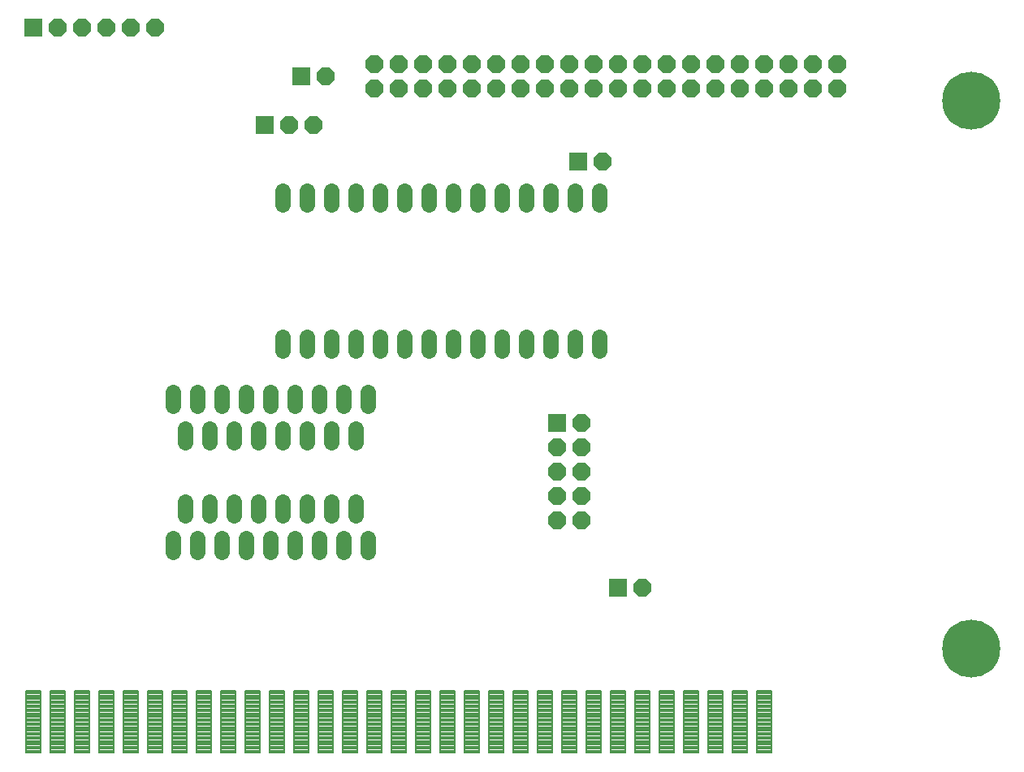
<source format=gbs>
G75*
G70*
%OFA0B0*%
%FSLAX24Y24*%
%IPPOS*%
%LPD*%
%AMOC8*
5,1,8,0,0,1.08239X$1,22.5*
%
%ADD10C,0.0082*%
%ADD11C,0.0640*%
%ADD12OC8,0.0720*%
%ADD13R,0.0720X0.0720*%
%ADD14C,0.2380*%
D10*
X008512Y008497D02*
X009110Y008497D01*
X008512Y008497D02*
X008512Y011045D01*
X009110Y011045D01*
X009110Y008497D01*
X009110Y008578D02*
X008512Y008578D01*
X008512Y008659D02*
X009110Y008659D01*
X009110Y008740D02*
X008512Y008740D01*
X008512Y008821D02*
X009110Y008821D01*
X009110Y008902D02*
X008512Y008902D01*
X008512Y008983D02*
X009110Y008983D01*
X009110Y009064D02*
X008512Y009064D01*
X008512Y009145D02*
X009110Y009145D01*
X009110Y009226D02*
X008512Y009226D01*
X008512Y009307D02*
X009110Y009307D01*
X009110Y009388D02*
X008512Y009388D01*
X008512Y009469D02*
X009110Y009469D01*
X009110Y009550D02*
X008512Y009550D01*
X008512Y009631D02*
X009110Y009631D01*
X009110Y009712D02*
X008512Y009712D01*
X008512Y009793D02*
X009110Y009793D01*
X009110Y009874D02*
X008512Y009874D01*
X008512Y009955D02*
X009110Y009955D01*
X009110Y010036D02*
X008512Y010036D01*
X008512Y010117D02*
X009110Y010117D01*
X009110Y010198D02*
X008512Y010198D01*
X008512Y010279D02*
X009110Y010279D01*
X009110Y010360D02*
X008512Y010360D01*
X008512Y010441D02*
X009110Y010441D01*
X009110Y010522D02*
X008512Y010522D01*
X008512Y010603D02*
X009110Y010603D01*
X009110Y010684D02*
X008512Y010684D01*
X008512Y010765D02*
X009110Y010765D01*
X009110Y010846D02*
X008512Y010846D01*
X008512Y010927D02*
X009110Y010927D01*
X009110Y011008D02*
X008512Y011008D01*
X009512Y008497D02*
X010110Y008497D01*
X009512Y008497D02*
X009512Y011045D01*
X010110Y011045D01*
X010110Y008497D01*
X010110Y008578D02*
X009512Y008578D01*
X009512Y008659D02*
X010110Y008659D01*
X010110Y008740D02*
X009512Y008740D01*
X009512Y008821D02*
X010110Y008821D01*
X010110Y008902D02*
X009512Y008902D01*
X009512Y008983D02*
X010110Y008983D01*
X010110Y009064D02*
X009512Y009064D01*
X009512Y009145D02*
X010110Y009145D01*
X010110Y009226D02*
X009512Y009226D01*
X009512Y009307D02*
X010110Y009307D01*
X010110Y009388D02*
X009512Y009388D01*
X009512Y009469D02*
X010110Y009469D01*
X010110Y009550D02*
X009512Y009550D01*
X009512Y009631D02*
X010110Y009631D01*
X010110Y009712D02*
X009512Y009712D01*
X009512Y009793D02*
X010110Y009793D01*
X010110Y009874D02*
X009512Y009874D01*
X009512Y009955D02*
X010110Y009955D01*
X010110Y010036D02*
X009512Y010036D01*
X009512Y010117D02*
X010110Y010117D01*
X010110Y010198D02*
X009512Y010198D01*
X009512Y010279D02*
X010110Y010279D01*
X010110Y010360D02*
X009512Y010360D01*
X009512Y010441D02*
X010110Y010441D01*
X010110Y010522D02*
X009512Y010522D01*
X009512Y010603D02*
X010110Y010603D01*
X010110Y010684D02*
X009512Y010684D01*
X009512Y010765D02*
X010110Y010765D01*
X010110Y010846D02*
X009512Y010846D01*
X009512Y010927D02*
X010110Y010927D01*
X010110Y011008D02*
X009512Y011008D01*
X010512Y008497D02*
X011110Y008497D01*
X010512Y008497D02*
X010512Y011045D01*
X011110Y011045D01*
X011110Y008497D01*
X011110Y008578D02*
X010512Y008578D01*
X010512Y008659D02*
X011110Y008659D01*
X011110Y008740D02*
X010512Y008740D01*
X010512Y008821D02*
X011110Y008821D01*
X011110Y008902D02*
X010512Y008902D01*
X010512Y008983D02*
X011110Y008983D01*
X011110Y009064D02*
X010512Y009064D01*
X010512Y009145D02*
X011110Y009145D01*
X011110Y009226D02*
X010512Y009226D01*
X010512Y009307D02*
X011110Y009307D01*
X011110Y009388D02*
X010512Y009388D01*
X010512Y009469D02*
X011110Y009469D01*
X011110Y009550D02*
X010512Y009550D01*
X010512Y009631D02*
X011110Y009631D01*
X011110Y009712D02*
X010512Y009712D01*
X010512Y009793D02*
X011110Y009793D01*
X011110Y009874D02*
X010512Y009874D01*
X010512Y009955D02*
X011110Y009955D01*
X011110Y010036D02*
X010512Y010036D01*
X010512Y010117D02*
X011110Y010117D01*
X011110Y010198D02*
X010512Y010198D01*
X010512Y010279D02*
X011110Y010279D01*
X011110Y010360D02*
X010512Y010360D01*
X010512Y010441D02*
X011110Y010441D01*
X011110Y010522D02*
X010512Y010522D01*
X010512Y010603D02*
X011110Y010603D01*
X011110Y010684D02*
X010512Y010684D01*
X010512Y010765D02*
X011110Y010765D01*
X011110Y010846D02*
X010512Y010846D01*
X010512Y010927D02*
X011110Y010927D01*
X011110Y011008D02*
X010512Y011008D01*
X011512Y008497D02*
X012110Y008497D01*
X011512Y008497D02*
X011512Y011045D01*
X012110Y011045D01*
X012110Y008497D01*
X012110Y008578D02*
X011512Y008578D01*
X011512Y008659D02*
X012110Y008659D01*
X012110Y008740D02*
X011512Y008740D01*
X011512Y008821D02*
X012110Y008821D01*
X012110Y008902D02*
X011512Y008902D01*
X011512Y008983D02*
X012110Y008983D01*
X012110Y009064D02*
X011512Y009064D01*
X011512Y009145D02*
X012110Y009145D01*
X012110Y009226D02*
X011512Y009226D01*
X011512Y009307D02*
X012110Y009307D01*
X012110Y009388D02*
X011512Y009388D01*
X011512Y009469D02*
X012110Y009469D01*
X012110Y009550D02*
X011512Y009550D01*
X011512Y009631D02*
X012110Y009631D01*
X012110Y009712D02*
X011512Y009712D01*
X011512Y009793D02*
X012110Y009793D01*
X012110Y009874D02*
X011512Y009874D01*
X011512Y009955D02*
X012110Y009955D01*
X012110Y010036D02*
X011512Y010036D01*
X011512Y010117D02*
X012110Y010117D01*
X012110Y010198D02*
X011512Y010198D01*
X011512Y010279D02*
X012110Y010279D01*
X012110Y010360D02*
X011512Y010360D01*
X011512Y010441D02*
X012110Y010441D01*
X012110Y010522D02*
X011512Y010522D01*
X011512Y010603D02*
X012110Y010603D01*
X012110Y010684D02*
X011512Y010684D01*
X011512Y010765D02*
X012110Y010765D01*
X012110Y010846D02*
X011512Y010846D01*
X011512Y010927D02*
X012110Y010927D01*
X012110Y011008D02*
X011512Y011008D01*
X012512Y008497D02*
X013110Y008497D01*
X012512Y008497D02*
X012512Y011045D01*
X013110Y011045D01*
X013110Y008497D01*
X013110Y008578D02*
X012512Y008578D01*
X012512Y008659D02*
X013110Y008659D01*
X013110Y008740D02*
X012512Y008740D01*
X012512Y008821D02*
X013110Y008821D01*
X013110Y008902D02*
X012512Y008902D01*
X012512Y008983D02*
X013110Y008983D01*
X013110Y009064D02*
X012512Y009064D01*
X012512Y009145D02*
X013110Y009145D01*
X013110Y009226D02*
X012512Y009226D01*
X012512Y009307D02*
X013110Y009307D01*
X013110Y009388D02*
X012512Y009388D01*
X012512Y009469D02*
X013110Y009469D01*
X013110Y009550D02*
X012512Y009550D01*
X012512Y009631D02*
X013110Y009631D01*
X013110Y009712D02*
X012512Y009712D01*
X012512Y009793D02*
X013110Y009793D01*
X013110Y009874D02*
X012512Y009874D01*
X012512Y009955D02*
X013110Y009955D01*
X013110Y010036D02*
X012512Y010036D01*
X012512Y010117D02*
X013110Y010117D01*
X013110Y010198D02*
X012512Y010198D01*
X012512Y010279D02*
X013110Y010279D01*
X013110Y010360D02*
X012512Y010360D01*
X012512Y010441D02*
X013110Y010441D01*
X013110Y010522D02*
X012512Y010522D01*
X012512Y010603D02*
X013110Y010603D01*
X013110Y010684D02*
X012512Y010684D01*
X012512Y010765D02*
X013110Y010765D01*
X013110Y010846D02*
X012512Y010846D01*
X012512Y010927D02*
X013110Y010927D01*
X013110Y011008D02*
X012512Y011008D01*
X013512Y008497D02*
X014110Y008497D01*
X013512Y008497D02*
X013512Y011045D01*
X014110Y011045D01*
X014110Y008497D01*
X014110Y008578D02*
X013512Y008578D01*
X013512Y008659D02*
X014110Y008659D01*
X014110Y008740D02*
X013512Y008740D01*
X013512Y008821D02*
X014110Y008821D01*
X014110Y008902D02*
X013512Y008902D01*
X013512Y008983D02*
X014110Y008983D01*
X014110Y009064D02*
X013512Y009064D01*
X013512Y009145D02*
X014110Y009145D01*
X014110Y009226D02*
X013512Y009226D01*
X013512Y009307D02*
X014110Y009307D01*
X014110Y009388D02*
X013512Y009388D01*
X013512Y009469D02*
X014110Y009469D01*
X014110Y009550D02*
X013512Y009550D01*
X013512Y009631D02*
X014110Y009631D01*
X014110Y009712D02*
X013512Y009712D01*
X013512Y009793D02*
X014110Y009793D01*
X014110Y009874D02*
X013512Y009874D01*
X013512Y009955D02*
X014110Y009955D01*
X014110Y010036D02*
X013512Y010036D01*
X013512Y010117D02*
X014110Y010117D01*
X014110Y010198D02*
X013512Y010198D01*
X013512Y010279D02*
X014110Y010279D01*
X014110Y010360D02*
X013512Y010360D01*
X013512Y010441D02*
X014110Y010441D01*
X014110Y010522D02*
X013512Y010522D01*
X013512Y010603D02*
X014110Y010603D01*
X014110Y010684D02*
X013512Y010684D01*
X013512Y010765D02*
X014110Y010765D01*
X014110Y010846D02*
X013512Y010846D01*
X013512Y010927D02*
X014110Y010927D01*
X014110Y011008D02*
X013512Y011008D01*
X014512Y008497D02*
X015110Y008497D01*
X014512Y008497D02*
X014512Y011045D01*
X015110Y011045D01*
X015110Y008497D01*
X015110Y008578D02*
X014512Y008578D01*
X014512Y008659D02*
X015110Y008659D01*
X015110Y008740D02*
X014512Y008740D01*
X014512Y008821D02*
X015110Y008821D01*
X015110Y008902D02*
X014512Y008902D01*
X014512Y008983D02*
X015110Y008983D01*
X015110Y009064D02*
X014512Y009064D01*
X014512Y009145D02*
X015110Y009145D01*
X015110Y009226D02*
X014512Y009226D01*
X014512Y009307D02*
X015110Y009307D01*
X015110Y009388D02*
X014512Y009388D01*
X014512Y009469D02*
X015110Y009469D01*
X015110Y009550D02*
X014512Y009550D01*
X014512Y009631D02*
X015110Y009631D01*
X015110Y009712D02*
X014512Y009712D01*
X014512Y009793D02*
X015110Y009793D01*
X015110Y009874D02*
X014512Y009874D01*
X014512Y009955D02*
X015110Y009955D01*
X015110Y010036D02*
X014512Y010036D01*
X014512Y010117D02*
X015110Y010117D01*
X015110Y010198D02*
X014512Y010198D01*
X014512Y010279D02*
X015110Y010279D01*
X015110Y010360D02*
X014512Y010360D01*
X014512Y010441D02*
X015110Y010441D01*
X015110Y010522D02*
X014512Y010522D01*
X014512Y010603D02*
X015110Y010603D01*
X015110Y010684D02*
X014512Y010684D01*
X014512Y010765D02*
X015110Y010765D01*
X015110Y010846D02*
X014512Y010846D01*
X014512Y010927D02*
X015110Y010927D01*
X015110Y011008D02*
X014512Y011008D01*
X015512Y008497D02*
X016110Y008497D01*
X015512Y008497D02*
X015512Y011045D01*
X016110Y011045D01*
X016110Y008497D01*
X016110Y008578D02*
X015512Y008578D01*
X015512Y008659D02*
X016110Y008659D01*
X016110Y008740D02*
X015512Y008740D01*
X015512Y008821D02*
X016110Y008821D01*
X016110Y008902D02*
X015512Y008902D01*
X015512Y008983D02*
X016110Y008983D01*
X016110Y009064D02*
X015512Y009064D01*
X015512Y009145D02*
X016110Y009145D01*
X016110Y009226D02*
X015512Y009226D01*
X015512Y009307D02*
X016110Y009307D01*
X016110Y009388D02*
X015512Y009388D01*
X015512Y009469D02*
X016110Y009469D01*
X016110Y009550D02*
X015512Y009550D01*
X015512Y009631D02*
X016110Y009631D01*
X016110Y009712D02*
X015512Y009712D01*
X015512Y009793D02*
X016110Y009793D01*
X016110Y009874D02*
X015512Y009874D01*
X015512Y009955D02*
X016110Y009955D01*
X016110Y010036D02*
X015512Y010036D01*
X015512Y010117D02*
X016110Y010117D01*
X016110Y010198D02*
X015512Y010198D01*
X015512Y010279D02*
X016110Y010279D01*
X016110Y010360D02*
X015512Y010360D01*
X015512Y010441D02*
X016110Y010441D01*
X016110Y010522D02*
X015512Y010522D01*
X015512Y010603D02*
X016110Y010603D01*
X016110Y010684D02*
X015512Y010684D01*
X015512Y010765D02*
X016110Y010765D01*
X016110Y010846D02*
X015512Y010846D01*
X015512Y010927D02*
X016110Y010927D01*
X016110Y011008D02*
X015512Y011008D01*
X016512Y008497D02*
X017110Y008497D01*
X016512Y008497D02*
X016512Y011045D01*
X017110Y011045D01*
X017110Y008497D01*
X017110Y008578D02*
X016512Y008578D01*
X016512Y008659D02*
X017110Y008659D01*
X017110Y008740D02*
X016512Y008740D01*
X016512Y008821D02*
X017110Y008821D01*
X017110Y008902D02*
X016512Y008902D01*
X016512Y008983D02*
X017110Y008983D01*
X017110Y009064D02*
X016512Y009064D01*
X016512Y009145D02*
X017110Y009145D01*
X017110Y009226D02*
X016512Y009226D01*
X016512Y009307D02*
X017110Y009307D01*
X017110Y009388D02*
X016512Y009388D01*
X016512Y009469D02*
X017110Y009469D01*
X017110Y009550D02*
X016512Y009550D01*
X016512Y009631D02*
X017110Y009631D01*
X017110Y009712D02*
X016512Y009712D01*
X016512Y009793D02*
X017110Y009793D01*
X017110Y009874D02*
X016512Y009874D01*
X016512Y009955D02*
X017110Y009955D01*
X017110Y010036D02*
X016512Y010036D01*
X016512Y010117D02*
X017110Y010117D01*
X017110Y010198D02*
X016512Y010198D01*
X016512Y010279D02*
X017110Y010279D01*
X017110Y010360D02*
X016512Y010360D01*
X016512Y010441D02*
X017110Y010441D01*
X017110Y010522D02*
X016512Y010522D01*
X016512Y010603D02*
X017110Y010603D01*
X017110Y010684D02*
X016512Y010684D01*
X016512Y010765D02*
X017110Y010765D01*
X017110Y010846D02*
X016512Y010846D01*
X016512Y010927D02*
X017110Y010927D01*
X017110Y011008D02*
X016512Y011008D01*
X017512Y008497D02*
X018110Y008497D01*
X017512Y008497D02*
X017512Y011045D01*
X018110Y011045D01*
X018110Y008497D01*
X018110Y008578D02*
X017512Y008578D01*
X017512Y008659D02*
X018110Y008659D01*
X018110Y008740D02*
X017512Y008740D01*
X017512Y008821D02*
X018110Y008821D01*
X018110Y008902D02*
X017512Y008902D01*
X017512Y008983D02*
X018110Y008983D01*
X018110Y009064D02*
X017512Y009064D01*
X017512Y009145D02*
X018110Y009145D01*
X018110Y009226D02*
X017512Y009226D01*
X017512Y009307D02*
X018110Y009307D01*
X018110Y009388D02*
X017512Y009388D01*
X017512Y009469D02*
X018110Y009469D01*
X018110Y009550D02*
X017512Y009550D01*
X017512Y009631D02*
X018110Y009631D01*
X018110Y009712D02*
X017512Y009712D01*
X017512Y009793D02*
X018110Y009793D01*
X018110Y009874D02*
X017512Y009874D01*
X017512Y009955D02*
X018110Y009955D01*
X018110Y010036D02*
X017512Y010036D01*
X017512Y010117D02*
X018110Y010117D01*
X018110Y010198D02*
X017512Y010198D01*
X017512Y010279D02*
X018110Y010279D01*
X018110Y010360D02*
X017512Y010360D01*
X017512Y010441D02*
X018110Y010441D01*
X018110Y010522D02*
X017512Y010522D01*
X017512Y010603D02*
X018110Y010603D01*
X018110Y010684D02*
X017512Y010684D01*
X017512Y010765D02*
X018110Y010765D01*
X018110Y010846D02*
X017512Y010846D01*
X017512Y010927D02*
X018110Y010927D01*
X018110Y011008D02*
X017512Y011008D01*
X018512Y008497D02*
X019110Y008497D01*
X018512Y008497D02*
X018512Y011045D01*
X019110Y011045D01*
X019110Y008497D01*
X019110Y008578D02*
X018512Y008578D01*
X018512Y008659D02*
X019110Y008659D01*
X019110Y008740D02*
X018512Y008740D01*
X018512Y008821D02*
X019110Y008821D01*
X019110Y008902D02*
X018512Y008902D01*
X018512Y008983D02*
X019110Y008983D01*
X019110Y009064D02*
X018512Y009064D01*
X018512Y009145D02*
X019110Y009145D01*
X019110Y009226D02*
X018512Y009226D01*
X018512Y009307D02*
X019110Y009307D01*
X019110Y009388D02*
X018512Y009388D01*
X018512Y009469D02*
X019110Y009469D01*
X019110Y009550D02*
X018512Y009550D01*
X018512Y009631D02*
X019110Y009631D01*
X019110Y009712D02*
X018512Y009712D01*
X018512Y009793D02*
X019110Y009793D01*
X019110Y009874D02*
X018512Y009874D01*
X018512Y009955D02*
X019110Y009955D01*
X019110Y010036D02*
X018512Y010036D01*
X018512Y010117D02*
X019110Y010117D01*
X019110Y010198D02*
X018512Y010198D01*
X018512Y010279D02*
X019110Y010279D01*
X019110Y010360D02*
X018512Y010360D01*
X018512Y010441D02*
X019110Y010441D01*
X019110Y010522D02*
X018512Y010522D01*
X018512Y010603D02*
X019110Y010603D01*
X019110Y010684D02*
X018512Y010684D01*
X018512Y010765D02*
X019110Y010765D01*
X019110Y010846D02*
X018512Y010846D01*
X018512Y010927D02*
X019110Y010927D01*
X019110Y011008D02*
X018512Y011008D01*
X019512Y008497D02*
X020110Y008497D01*
X019512Y008497D02*
X019512Y011045D01*
X020110Y011045D01*
X020110Y008497D01*
X020110Y008578D02*
X019512Y008578D01*
X019512Y008659D02*
X020110Y008659D01*
X020110Y008740D02*
X019512Y008740D01*
X019512Y008821D02*
X020110Y008821D01*
X020110Y008902D02*
X019512Y008902D01*
X019512Y008983D02*
X020110Y008983D01*
X020110Y009064D02*
X019512Y009064D01*
X019512Y009145D02*
X020110Y009145D01*
X020110Y009226D02*
X019512Y009226D01*
X019512Y009307D02*
X020110Y009307D01*
X020110Y009388D02*
X019512Y009388D01*
X019512Y009469D02*
X020110Y009469D01*
X020110Y009550D02*
X019512Y009550D01*
X019512Y009631D02*
X020110Y009631D01*
X020110Y009712D02*
X019512Y009712D01*
X019512Y009793D02*
X020110Y009793D01*
X020110Y009874D02*
X019512Y009874D01*
X019512Y009955D02*
X020110Y009955D01*
X020110Y010036D02*
X019512Y010036D01*
X019512Y010117D02*
X020110Y010117D01*
X020110Y010198D02*
X019512Y010198D01*
X019512Y010279D02*
X020110Y010279D01*
X020110Y010360D02*
X019512Y010360D01*
X019512Y010441D02*
X020110Y010441D01*
X020110Y010522D02*
X019512Y010522D01*
X019512Y010603D02*
X020110Y010603D01*
X020110Y010684D02*
X019512Y010684D01*
X019512Y010765D02*
X020110Y010765D01*
X020110Y010846D02*
X019512Y010846D01*
X019512Y010927D02*
X020110Y010927D01*
X020110Y011008D02*
X019512Y011008D01*
X020512Y008497D02*
X021110Y008497D01*
X020512Y008497D02*
X020512Y011045D01*
X021110Y011045D01*
X021110Y008497D01*
X021110Y008578D02*
X020512Y008578D01*
X020512Y008659D02*
X021110Y008659D01*
X021110Y008740D02*
X020512Y008740D01*
X020512Y008821D02*
X021110Y008821D01*
X021110Y008902D02*
X020512Y008902D01*
X020512Y008983D02*
X021110Y008983D01*
X021110Y009064D02*
X020512Y009064D01*
X020512Y009145D02*
X021110Y009145D01*
X021110Y009226D02*
X020512Y009226D01*
X020512Y009307D02*
X021110Y009307D01*
X021110Y009388D02*
X020512Y009388D01*
X020512Y009469D02*
X021110Y009469D01*
X021110Y009550D02*
X020512Y009550D01*
X020512Y009631D02*
X021110Y009631D01*
X021110Y009712D02*
X020512Y009712D01*
X020512Y009793D02*
X021110Y009793D01*
X021110Y009874D02*
X020512Y009874D01*
X020512Y009955D02*
X021110Y009955D01*
X021110Y010036D02*
X020512Y010036D01*
X020512Y010117D02*
X021110Y010117D01*
X021110Y010198D02*
X020512Y010198D01*
X020512Y010279D02*
X021110Y010279D01*
X021110Y010360D02*
X020512Y010360D01*
X020512Y010441D02*
X021110Y010441D01*
X021110Y010522D02*
X020512Y010522D01*
X020512Y010603D02*
X021110Y010603D01*
X021110Y010684D02*
X020512Y010684D01*
X020512Y010765D02*
X021110Y010765D01*
X021110Y010846D02*
X020512Y010846D01*
X020512Y010927D02*
X021110Y010927D01*
X021110Y011008D02*
X020512Y011008D01*
X021512Y008497D02*
X022110Y008497D01*
X021512Y008497D02*
X021512Y011045D01*
X022110Y011045D01*
X022110Y008497D01*
X022110Y008578D02*
X021512Y008578D01*
X021512Y008659D02*
X022110Y008659D01*
X022110Y008740D02*
X021512Y008740D01*
X021512Y008821D02*
X022110Y008821D01*
X022110Y008902D02*
X021512Y008902D01*
X021512Y008983D02*
X022110Y008983D01*
X022110Y009064D02*
X021512Y009064D01*
X021512Y009145D02*
X022110Y009145D01*
X022110Y009226D02*
X021512Y009226D01*
X021512Y009307D02*
X022110Y009307D01*
X022110Y009388D02*
X021512Y009388D01*
X021512Y009469D02*
X022110Y009469D01*
X022110Y009550D02*
X021512Y009550D01*
X021512Y009631D02*
X022110Y009631D01*
X022110Y009712D02*
X021512Y009712D01*
X021512Y009793D02*
X022110Y009793D01*
X022110Y009874D02*
X021512Y009874D01*
X021512Y009955D02*
X022110Y009955D01*
X022110Y010036D02*
X021512Y010036D01*
X021512Y010117D02*
X022110Y010117D01*
X022110Y010198D02*
X021512Y010198D01*
X021512Y010279D02*
X022110Y010279D01*
X022110Y010360D02*
X021512Y010360D01*
X021512Y010441D02*
X022110Y010441D01*
X022110Y010522D02*
X021512Y010522D01*
X021512Y010603D02*
X022110Y010603D01*
X022110Y010684D02*
X021512Y010684D01*
X021512Y010765D02*
X022110Y010765D01*
X022110Y010846D02*
X021512Y010846D01*
X021512Y010927D02*
X022110Y010927D01*
X022110Y011008D02*
X021512Y011008D01*
X022512Y008497D02*
X023110Y008497D01*
X022512Y008497D02*
X022512Y011045D01*
X023110Y011045D01*
X023110Y008497D01*
X023110Y008578D02*
X022512Y008578D01*
X022512Y008659D02*
X023110Y008659D01*
X023110Y008740D02*
X022512Y008740D01*
X022512Y008821D02*
X023110Y008821D01*
X023110Y008902D02*
X022512Y008902D01*
X022512Y008983D02*
X023110Y008983D01*
X023110Y009064D02*
X022512Y009064D01*
X022512Y009145D02*
X023110Y009145D01*
X023110Y009226D02*
X022512Y009226D01*
X022512Y009307D02*
X023110Y009307D01*
X023110Y009388D02*
X022512Y009388D01*
X022512Y009469D02*
X023110Y009469D01*
X023110Y009550D02*
X022512Y009550D01*
X022512Y009631D02*
X023110Y009631D01*
X023110Y009712D02*
X022512Y009712D01*
X022512Y009793D02*
X023110Y009793D01*
X023110Y009874D02*
X022512Y009874D01*
X022512Y009955D02*
X023110Y009955D01*
X023110Y010036D02*
X022512Y010036D01*
X022512Y010117D02*
X023110Y010117D01*
X023110Y010198D02*
X022512Y010198D01*
X022512Y010279D02*
X023110Y010279D01*
X023110Y010360D02*
X022512Y010360D01*
X022512Y010441D02*
X023110Y010441D01*
X023110Y010522D02*
X022512Y010522D01*
X022512Y010603D02*
X023110Y010603D01*
X023110Y010684D02*
X022512Y010684D01*
X022512Y010765D02*
X023110Y010765D01*
X023110Y010846D02*
X022512Y010846D01*
X022512Y010927D02*
X023110Y010927D01*
X023110Y011008D02*
X022512Y011008D01*
X023512Y008497D02*
X024110Y008497D01*
X023512Y008497D02*
X023512Y011045D01*
X024110Y011045D01*
X024110Y008497D01*
X024110Y008578D02*
X023512Y008578D01*
X023512Y008659D02*
X024110Y008659D01*
X024110Y008740D02*
X023512Y008740D01*
X023512Y008821D02*
X024110Y008821D01*
X024110Y008902D02*
X023512Y008902D01*
X023512Y008983D02*
X024110Y008983D01*
X024110Y009064D02*
X023512Y009064D01*
X023512Y009145D02*
X024110Y009145D01*
X024110Y009226D02*
X023512Y009226D01*
X023512Y009307D02*
X024110Y009307D01*
X024110Y009388D02*
X023512Y009388D01*
X023512Y009469D02*
X024110Y009469D01*
X024110Y009550D02*
X023512Y009550D01*
X023512Y009631D02*
X024110Y009631D01*
X024110Y009712D02*
X023512Y009712D01*
X023512Y009793D02*
X024110Y009793D01*
X024110Y009874D02*
X023512Y009874D01*
X023512Y009955D02*
X024110Y009955D01*
X024110Y010036D02*
X023512Y010036D01*
X023512Y010117D02*
X024110Y010117D01*
X024110Y010198D02*
X023512Y010198D01*
X023512Y010279D02*
X024110Y010279D01*
X024110Y010360D02*
X023512Y010360D01*
X023512Y010441D02*
X024110Y010441D01*
X024110Y010522D02*
X023512Y010522D01*
X023512Y010603D02*
X024110Y010603D01*
X024110Y010684D02*
X023512Y010684D01*
X023512Y010765D02*
X024110Y010765D01*
X024110Y010846D02*
X023512Y010846D01*
X023512Y010927D02*
X024110Y010927D01*
X024110Y011008D02*
X023512Y011008D01*
X024512Y008497D02*
X025110Y008497D01*
X024512Y008497D02*
X024512Y011045D01*
X025110Y011045D01*
X025110Y008497D01*
X025110Y008578D02*
X024512Y008578D01*
X024512Y008659D02*
X025110Y008659D01*
X025110Y008740D02*
X024512Y008740D01*
X024512Y008821D02*
X025110Y008821D01*
X025110Y008902D02*
X024512Y008902D01*
X024512Y008983D02*
X025110Y008983D01*
X025110Y009064D02*
X024512Y009064D01*
X024512Y009145D02*
X025110Y009145D01*
X025110Y009226D02*
X024512Y009226D01*
X024512Y009307D02*
X025110Y009307D01*
X025110Y009388D02*
X024512Y009388D01*
X024512Y009469D02*
X025110Y009469D01*
X025110Y009550D02*
X024512Y009550D01*
X024512Y009631D02*
X025110Y009631D01*
X025110Y009712D02*
X024512Y009712D01*
X024512Y009793D02*
X025110Y009793D01*
X025110Y009874D02*
X024512Y009874D01*
X024512Y009955D02*
X025110Y009955D01*
X025110Y010036D02*
X024512Y010036D01*
X024512Y010117D02*
X025110Y010117D01*
X025110Y010198D02*
X024512Y010198D01*
X024512Y010279D02*
X025110Y010279D01*
X025110Y010360D02*
X024512Y010360D01*
X024512Y010441D02*
X025110Y010441D01*
X025110Y010522D02*
X024512Y010522D01*
X024512Y010603D02*
X025110Y010603D01*
X025110Y010684D02*
X024512Y010684D01*
X024512Y010765D02*
X025110Y010765D01*
X025110Y010846D02*
X024512Y010846D01*
X024512Y010927D02*
X025110Y010927D01*
X025110Y011008D02*
X024512Y011008D01*
X025512Y008497D02*
X026110Y008497D01*
X025512Y008497D02*
X025512Y011045D01*
X026110Y011045D01*
X026110Y008497D01*
X026110Y008578D02*
X025512Y008578D01*
X025512Y008659D02*
X026110Y008659D01*
X026110Y008740D02*
X025512Y008740D01*
X025512Y008821D02*
X026110Y008821D01*
X026110Y008902D02*
X025512Y008902D01*
X025512Y008983D02*
X026110Y008983D01*
X026110Y009064D02*
X025512Y009064D01*
X025512Y009145D02*
X026110Y009145D01*
X026110Y009226D02*
X025512Y009226D01*
X025512Y009307D02*
X026110Y009307D01*
X026110Y009388D02*
X025512Y009388D01*
X025512Y009469D02*
X026110Y009469D01*
X026110Y009550D02*
X025512Y009550D01*
X025512Y009631D02*
X026110Y009631D01*
X026110Y009712D02*
X025512Y009712D01*
X025512Y009793D02*
X026110Y009793D01*
X026110Y009874D02*
X025512Y009874D01*
X025512Y009955D02*
X026110Y009955D01*
X026110Y010036D02*
X025512Y010036D01*
X025512Y010117D02*
X026110Y010117D01*
X026110Y010198D02*
X025512Y010198D01*
X025512Y010279D02*
X026110Y010279D01*
X026110Y010360D02*
X025512Y010360D01*
X025512Y010441D02*
X026110Y010441D01*
X026110Y010522D02*
X025512Y010522D01*
X025512Y010603D02*
X026110Y010603D01*
X026110Y010684D02*
X025512Y010684D01*
X025512Y010765D02*
X026110Y010765D01*
X026110Y010846D02*
X025512Y010846D01*
X025512Y010927D02*
X026110Y010927D01*
X026110Y011008D02*
X025512Y011008D01*
X026512Y008497D02*
X027110Y008497D01*
X026512Y008497D02*
X026512Y011045D01*
X027110Y011045D01*
X027110Y008497D01*
X027110Y008578D02*
X026512Y008578D01*
X026512Y008659D02*
X027110Y008659D01*
X027110Y008740D02*
X026512Y008740D01*
X026512Y008821D02*
X027110Y008821D01*
X027110Y008902D02*
X026512Y008902D01*
X026512Y008983D02*
X027110Y008983D01*
X027110Y009064D02*
X026512Y009064D01*
X026512Y009145D02*
X027110Y009145D01*
X027110Y009226D02*
X026512Y009226D01*
X026512Y009307D02*
X027110Y009307D01*
X027110Y009388D02*
X026512Y009388D01*
X026512Y009469D02*
X027110Y009469D01*
X027110Y009550D02*
X026512Y009550D01*
X026512Y009631D02*
X027110Y009631D01*
X027110Y009712D02*
X026512Y009712D01*
X026512Y009793D02*
X027110Y009793D01*
X027110Y009874D02*
X026512Y009874D01*
X026512Y009955D02*
X027110Y009955D01*
X027110Y010036D02*
X026512Y010036D01*
X026512Y010117D02*
X027110Y010117D01*
X027110Y010198D02*
X026512Y010198D01*
X026512Y010279D02*
X027110Y010279D01*
X027110Y010360D02*
X026512Y010360D01*
X026512Y010441D02*
X027110Y010441D01*
X027110Y010522D02*
X026512Y010522D01*
X026512Y010603D02*
X027110Y010603D01*
X027110Y010684D02*
X026512Y010684D01*
X026512Y010765D02*
X027110Y010765D01*
X027110Y010846D02*
X026512Y010846D01*
X026512Y010927D02*
X027110Y010927D01*
X027110Y011008D02*
X026512Y011008D01*
X027512Y008497D02*
X028110Y008497D01*
X027512Y008497D02*
X027512Y011045D01*
X028110Y011045D01*
X028110Y008497D01*
X028110Y008578D02*
X027512Y008578D01*
X027512Y008659D02*
X028110Y008659D01*
X028110Y008740D02*
X027512Y008740D01*
X027512Y008821D02*
X028110Y008821D01*
X028110Y008902D02*
X027512Y008902D01*
X027512Y008983D02*
X028110Y008983D01*
X028110Y009064D02*
X027512Y009064D01*
X027512Y009145D02*
X028110Y009145D01*
X028110Y009226D02*
X027512Y009226D01*
X027512Y009307D02*
X028110Y009307D01*
X028110Y009388D02*
X027512Y009388D01*
X027512Y009469D02*
X028110Y009469D01*
X028110Y009550D02*
X027512Y009550D01*
X027512Y009631D02*
X028110Y009631D01*
X028110Y009712D02*
X027512Y009712D01*
X027512Y009793D02*
X028110Y009793D01*
X028110Y009874D02*
X027512Y009874D01*
X027512Y009955D02*
X028110Y009955D01*
X028110Y010036D02*
X027512Y010036D01*
X027512Y010117D02*
X028110Y010117D01*
X028110Y010198D02*
X027512Y010198D01*
X027512Y010279D02*
X028110Y010279D01*
X028110Y010360D02*
X027512Y010360D01*
X027512Y010441D02*
X028110Y010441D01*
X028110Y010522D02*
X027512Y010522D01*
X027512Y010603D02*
X028110Y010603D01*
X028110Y010684D02*
X027512Y010684D01*
X027512Y010765D02*
X028110Y010765D01*
X028110Y010846D02*
X027512Y010846D01*
X027512Y010927D02*
X028110Y010927D01*
X028110Y011008D02*
X027512Y011008D01*
X028512Y008497D02*
X029110Y008497D01*
X028512Y008497D02*
X028512Y011045D01*
X029110Y011045D01*
X029110Y008497D01*
X029110Y008578D02*
X028512Y008578D01*
X028512Y008659D02*
X029110Y008659D01*
X029110Y008740D02*
X028512Y008740D01*
X028512Y008821D02*
X029110Y008821D01*
X029110Y008902D02*
X028512Y008902D01*
X028512Y008983D02*
X029110Y008983D01*
X029110Y009064D02*
X028512Y009064D01*
X028512Y009145D02*
X029110Y009145D01*
X029110Y009226D02*
X028512Y009226D01*
X028512Y009307D02*
X029110Y009307D01*
X029110Y009388D02*
X028512Y009388D01*
X028512Y009469D02*
X029110Y009469D01*
X029110Y009550D02*
X028512Y009550D01*
X028512Y009631D02*
X029110Y009631D01*
X029110Y009712D02*
X028512Y009712D01*
X028512Y009793D02*
X029110Y009793D01*
X029110Y009874D02*
X028512Y009874D01*
X028512Y009955D02*
X029110Y009955D01*
X029110Y010036D02*
X028512Y010036D01*
X028512Y010117D02*
X029110Y010117D01*
X029110Y010198D02*
X028512Y010198D01*
X028512Y010279D02*
X029110Y010279D01*
X029110Y010360D02*
X028512Y010360D01*
X028512Y010441D02*
X029110Y010441D01*
X029110Y010522D02*
X028512Y010522D01*
X028512Y010603D02*
X029110Y010603D01*
X029110Y010684D02*
X028512Y010684D01*
X028512Y010765D02*
X029110Y010765D01*
X029110Y010846D02*
X028512Y010846D01*
X028512Y010927D02*
X029110Y010927D01*
X029110Y011008D02*
X028512Y011008D01*
X029512Y008497D02*
X030110Y008497D01*
X029512Y008497D02*
X029512Y011045D01*
X030110Y011045D01*
X030110Y008497D01*
X030110Y008578D02*
X029512Y008578D01*
X029512Y008659D02*
X030110Y008659D01*
X030110Y008740D02*
X029512Y008740D01*
X029512Y008821D02*
X030110Y008821D01*
X030110Y008902D02*
X029512Y008902D01*
X029512Y008983D02*
X030110Y008983D01*
X030110Y009064D02*
X029512Y009064D01*
X029512Y009145D02*
X030110Y009145D01*
X030110Y009226D02*
X029512Y009226D01*
X029512Y009307D02*
X030110Y009307D01*
X030110Y009388D02*
X029512Y009388D01*
X029512Y009469D02*
X030110Y009469D01*
X030110Y009550D02*
X029512Y009550D01*
X029512Y009631D02*
X030110Y009631D01*
X030110Y009712D02*
X029512Y009712D01*
X029512Y009793D02*
X030110Y009793D01*
X030110Y009874D02*
X029512Y009874D01*
X029512Y009955D02*
X030110Y009955D01*
X030110Y010036D02*
X029512Y010036D01*
X029512Y010117D02*
X030110Y010117D01*
X030110Y010198D02*
X029512Y010198D01*
X029512Y010279D02*
X030110Y010279D01*
X030110Y010360D02*
X029512Y010360D01*
X029512Y010441D02*
X030110Y010441D01*
X030110Y010522D02*
X029512Y010522D01*
X029512Y010603D02*
X030110Y010603D01*
X030110Y010684D02*
X029512Y010684D01*
X029512Y010765D02*
X030110Y010765D01*
X030110Y010846D02*
X029512Y010846D01*
X029512Y010927D02*
X030110Y010927D01*
X030110Y011008D02*
X029512Y011008D01*
X030512Y008497D02*
X031110Y008497D01*
X030512Y008497D02*
X030512Y011045D01*
X031110Y011045D01*
X031110Y008497D01*
X031110Y008578D02*
X030512Y008578D01*
X030512Y008659D02*
X031110Y008659D01*
X031110Y008740D02*
X030512Y008740D01*
X030512Y008821D02*
X031110Y008821D01*
X031110Y008902D02*
X030512Y008902D01*
X030512Y008983D02*
X031110Y008983D01*
X031110Y009064D02*
X030512Y009064D01*
X030512Y009145D02*
X031110Y009145D01*
X031110Y009226D02*
X030512Y009226D01*
X030512Y009307D02*
X031110Y009307D01*
X031110Y009388D02*
X030512Y009388D01*
X030512Y009469D02*
X031110Y009469D01*
X031110Y009550D02*
X030512Y009550D01*
X030512Y009631D02*
X031110Y009631D01*
X031110Y009712D02*
X030512Y009712D01*
X030512Y009793D02*
X031110Y009793D01*
X031110Y009874D02*
X030512Y009874D01*
X030512Y009955D02*
X031110Y009955D01*
X031110Y010036D02*
X030512Y010036D01*
X030512Y010117D02*
X031110Y010117D01*
X031110Y010198D02*
X030512Y010198D01*
X030512Y010279D02*
X031110Y010279D01*
X031110Y010360D02*
X030512Y010360D01*
X030512Y010441D02*
X031110Y010441D01*
X031110Y010522D02*
X030512Y010522D01*
X030512Y010603D02*
X031110Y010603D01*
X031110Y010684D02*
X030512Y010684D01*
X030512Y010765D02*
X031110Y010765D01*
X031110Y010846D02*
X030512Y010846D01*
X030512Y010927D02*
X031110Y010927D01*
X031110Y011008D02*
X030512Y011008D01*
X031512Y008497D02*
X032110Y008497D01*
X031512Y008497D02*
X031512Y011045D01*
X032110Y011045D01*
X032110Y008497D01*
X032110Y008578D02*
X031512Y008578D01*
X031512Y008659D02*
X032110Y008659D01*
X032110Y008740D02*
X031512Y008740D01*
X031512Y008821D02*
X032110Y008821D01*
X032110Y008902D02*
X031512Y008902D01*
X031512Y008983D02*
X032110Y008983D01*
X032110Y009064D02*
X031512Y009064D01*
X031512Y009145D02*
X032110Y009145D01*
X032110Y009226D02*
X031512Y009226D01*
X031512Y009307D02*
X032110Y009307D01*
X032110Y009388D02*
X031512Y009388D01*
X031512Y009469D02*
X032110Y009469D01*
X032110Y009550D02*
X031512Y009550D01*
X031512Y009631D02*
X032110Y009631D01*
X032110Y009712D02*
X031512Y009712D01*
X031512Y009793D02*
X032110Y009793D01*
X032110Y009874D02*
X031512Y009874D01*
X031512Y009955D02*
X032110Y009955D01*
X032110Y010036D02*
X031512Y010036D01*
X031512Y010117D02*
X032110Y010117D01*
X032110Y010198D02*
X031512Y010198D01*
X031512Y010279D02*
X032110Y010279D01*
X032110Y010360D02*
X031512Y010360D01*
X031512Y010441D02*
X032110Y010441D01*
X032110Y010522D02*
X031512Y010522D01*
X031512Y010603D02*
X032110Y010603D01*
X032110Y010684D02*
X031512Y010684D01*
X031512Y010765D02*
X032110Y010765D01*
X032110Y010846D02*
X031512Y010846D01*
X031512Y010927D02*
X032110Y010927D01*
X032110Y011008D02*
X031512Y011008D01*
X032512Y008497D02*
X033110Y008497D01*
X032512Y008497D02*
X032512Y011045D01*
X033110Y011045D01*
X033110Y008497D01*
X033110Y008578D02*
X032512Y008578D01*
X032512Y008659D02*
X033110Y008659D01*
X033110Y008740D02*
X032512Y008740D01*
X032512Y008821D02*
X033110Y008821D01*
X033110Y008902D02*
X032512Y008902D01*
X032512Y008983D02*
X033110Y008983D01*
X033110Y009064D02*
X032512Y009064D01*
X032512Y009145D02*
X033110Y009145D01*
X033110Y009226D02*
X032512Y009226D01*
X032512Y009307D02*
X033110Y009307D01*
X033110Y009388D02*
X032512Y009388D01*
X032512Y009469D02*
X033110Y009469D01*
X033110Y009550D02*
X032512Y009550D01*
X032512Y009631D02*
X033110Y009631D01*
X033110Y009712D02*
X032512Y009712D01*
X032512Y009793D02*
X033110Y009793D01*
X033110Y009874D02*
X032512Y009874D01*
X032512Y009955D02*
X033110Y009955D01*
X033110Y010036D02*
X032512Y010036D01*
X032512Y010117D02*
X033110Y010117D01*
X033110Y010198D02*
X032512Y010198D01*
X032512Y010279D02*
X033110Y010279D01*
X033110Y010360D02*
X032512Y010360D01*
X032512Y010441D02*
X033110Y010441D01*
X033110Y010522D02*
X032512Y010522D01*
X032512Y010603D02*
X033110Y010603D01*
X033110Y010684D02*
X032512Y010684D01*
X032512Y010765D02*
X033110Y010765D01*
X033110Y010846D02*
X032512Y010846D01*
X032512Y010927D02*
X033110Y010927D01*
X033110Y011008D02*
X032512Y011008D01*
X033512Y008497D02*
X034110Y008497D01*
X033512Y008497D02*
X033512Y011045D01*
X034110Y011045D01*
X034110Y008497D01*
X034110Y008578D02*
X033512Y008578D01*
X033512Y008659D02*
X034110Y008659D01*
X034110Y008740D02*
X033512Y008740D01*
X033512Y008821D02*
X034110Y008821D01*
X034110Y008902D02*
X033512Y008902D01*
X033512Y008983D02*
X034110Y008983D01*
X034110Y009064D02*
X033512Y009064D01*
X033512Y009145D02*
X034110Y009145D01*
X034110Y009226D02*
X033512Y009226D01*
X033512Y009307D02*
X034110Y009307D01*
X034110Y009388D02*
X033512Y009388D01*
X033512Y009469D02*
X034110Y009469D01*
X034110Y009550D02*
X033512Y009550D01*
X033512Y009631D02*
X034110Y009631D01*
X034110Y009712D02*
X033512Y009712D01*
X033512Y009793D02*
X034110Y009793D01*
X034110Y009874D02*
X033512Y009874D01*
X033512Y009955D02*
X034110Y009955D01*
X034110Y010036D02*
X033512Y010036D01*
X033512Y010117D02*
X034110Y010117D01*
X034110Y010198D02*
X033512Y010198D01*
X033512Y010279D02*
X034110Y010279D01*
X034110Y010360D02*
X033512Y010360D01*
X033512Y010441D02*
X034110Y010441D01*
X034110Y010522D02*
X033512Y010522D01*
X033512Y010603D02*
X034110Y010603D01*
X034110Y010684D02*
X033512Y010684D01*
X033512Y010765D02*
X034110Y010765D01*
X034110Y010846D02*
X033512Y010846D01*
X033512Y010927D02*
X034110Y010927D01*
X034110Y011008D02*
X033512Y011008D01*
X034512Y008497D02*
X035110Y008497D01*
X034512Y008497D02*
X034512Y011045D01*
X035110Y011045D01*
X035110Y008497D01*
X035110Y008578D02*
X034512Y008578D01*
X034512Y008659D02*
X035110Y008659D01*
X035110Y008740D02*
X034512Y008740D01*
X034512Y008821D02*
X035110Y008821D01*
X035110Y008902D02*
X034512Y008902D01*
X034512Y008983D02*
X035110Y008983D01*
X035110Y009064D02*
X034512Y009064D01*
X034512Y009145D02*
X035110Y009145D01*
X035110Y009226D02*
X034512Y009226D01*
X034512Y009307D02*
X035110Y009307D01*
X035110Y009388D02*
X034512Y009388D01*
X034512Y009469D02*
X035110Y009469D01*
X035110Y009550D02*
X034512Y009550D01*
X034512Y009631D02*
X035110Y009631D01*
X035110Y009712D02*
X034512Y009712D01*
X034512Y009793D02*
X035110Y009793D01*
X035110Y009874D02*
X034512Y009874D01*
X034512Y009955D02*
X035110Y009955D01*
X035110Y010036D02*
X034512Y010036D01*
X034512Y010117D02*
X035110Y010117D01*
X035110Y010198D02*
X034512Y010198D01*
X034512Y010279D02*
X035110Y010279D01*
X035110Y010360D02*
X034512Y010360D01*
X034512Y010441D02*
X035110Y010441D01*
X035110Y010522D02*
X034512Y010522D01*
X034512Y010603D02*
X035110Y010603D01*
X035110Y010684D02*
X034512Y010684D01*
X034512Y010765D02*
X035110Y010765D01*
X035110Y010846D02*
X034512Y010846D01*
X034512Y010927D02*
X035110Y010927D01*
X035110Y011008D02*
X034512Y011008D01*
X035512Y008497D02*
X036110Y008497D01*
X035512Y008497D02*
X035512Y011045D01*
X036110Y011045D01*
X036110Y008497D01*
X036110Y008578D02*
X035512Y008578D01*
X035512Y008659D02*
X036110Y008659D01*
X036110Y008740D02*
X035512Y008740D01*
X035512Y008821D02*
X036110Y008821D01*
X036110Y008902D02*
X035512Y008902D01*
X035512Y008983D02*
X036110Y008983D01*
X036110Y009064D02*
X035512Y009064D01*
X035512Y009145D02*
X036110Y009145D01*
X036110Y009226D02*
X035512Y009226D01*
X035512Y009307D02*
X036110Y009307D01*
X036110Y009388D02*
X035512Y009388D01*
X035512Y009469D02*
X036110Y009469D01*
X036110Y009550D02*
X035512Y009550D01*
X035512Y009631D02*
X036110Y009631D01*
X036110Y009712D02*
X035512Y009712D01*
X035512Y009793D02*
X036110Y009793D01*
X036110Y009874D02*
X035512Y009874D01*
X035512Y009955D02*
X036110Y009955D01*
X036110Y010036D02*
X035512Y010036D01*
X035512Y010117D02*
X036110Y010117D01*
X036110Y010198D02*
X035512Y010198D01*
X035512Y010279D02*
X036110Y010279D01*
X036110Y010360D02*
X035512Y010360D01*
X035512Y010441D02*
X036110Y010441D01*
X036110Y010522D02*
X035512Y010522D01*
X035512Y010603D02*
X036110Y010603D01*
X036110Y010684D02*
X035512Y010684D01*
X035512Y010765D02*
X036110Y010765D01*
X036110Y010846D02*
X035512Y010846D01*
X035512Y010927D02*
X036110Y010927D01*
X036110Y011008D02*
X035512Y011008D01*
X036512Y008497D02*
X037110Y008497D01*
X036512Y008497D02*
X036512Y011045D01*
X037110Y011045D01*
X037110Y008497D01*
X037110Y008578D02*
X036512Y008578D01*
X036512Y008659D02*
X037110Y008659D01*
X037110Y008740D02*
X036512Y008740D01*
X036512Y008821D02*
X037110Y008821D01*
X037110Y008902D02*
X036512Y008902D01*
X036512Y008983D02*
X037110Y008983D01*
X037110Y009064D02*
X036512Y009064D01*
X036512Y009145D02*
X037110Y009145D01*
X037110Y009226D02*
X036512Y009226D01*
X036512Y009307D02*
X037110Y009307D01*
X037110Y009388D02*
X036512Y009388D01*
X036512Y009469D02*
X037110Y009469D01*
X037110Y009550D02*
X036512Y009550D01*
X036512Y009631D02*
X037110Y009631D01*
X037110Y009712D02*
X036512Y009712D01*
X036512Y009793D02*
X037110Y009793D01*
X037110Y009874D02*
X036512Y009874D01*
X036512Y009955D02*
X037110Y009955D01*
X037110Y010036D02*
X036512Y010036D01*
X036512Y010117D02*
X037110Y010117D01*
X037110Y010198D02*
X036512Y010198D01*
X036512Y010279D02*
X037110Y010279D01*
X037110Y010360D02*
X036512Y010360D01*
X036512Y010441D02*
X037110Y010441D01*
X037110Y010522D02*
X036512Y010522D01*
X036512Y010603D02*
X037110Y010603D01*
X037110Y010684D02*
X036512Y010684D01*
X036512Y010765D02*
X037110Y010765D01*
X037110Y010846D02*
X036512Y010846D01*
X036512Y010927D02*
X037110Y010927D01*
X037110Y011008D02*
X036512Y011008D01*
X037512Y008497D02*
X038110Y008497D01*
X037512Y008497D02*
X037512Y011045D01*
X038110Y011045D01*
X038110Y008497D01*
X038110Y008578D02*
X037512Y008578D01*
X037512Y008659D02*
X038110Y008659D01*
X038110Y008740D02*
X037512Y008740D01*
X037512Y008821D02*
X038110Y008821D01*
X038110Y008902D02*
X037512Y008902D01*
X037512Y008983D02*
X038110Y008983D01*
X038110Y009064D02*
X037512Y009064D01*
X037512Y009145D02*
X038110Y009145D01*
X038110Y009226D02*
X037512Y009226D01*
X037512Y009307D02*
X038110Y009307D01*
X038110Y009388D02*
X037512Y009388D01*
X037512Y009469D02*
X038110Y009469D01*
X038110Y009550D02*
X037512Y009550D01*
X037512Y009631D02*
X038110Y009631D01*
X038110Y009712D02*
X037512Y009712D01*
X037512Y009793D02*
X038110Y009793D01*
X038110Y009874D02*
X037512Y009874D01*
X037512Y009955D02*
X038110Y009955D01*
X038110Y010036D02*
X037512Y010036D01*
X037512Y010117D02*
X038110Y010117D01*
X038110Y010198D02*
X037512Y010198D01*
X037512Y010279D02*
X038110Y010279D01*
X038110Y010360D02*
X037512Y010360D01*
X037512Y010441D02*
X038110Y010441D01*
X038110Y010522D02*
X037512Y010522D01*
X037512Y010603D02*
X038110Y010603D01*
X038110Y010684D02*
X037512Y010684D01*
X037512Y010765D02*
X038110Y010765D01*
X038110Y010846D02*
X037512Y010846D01*
X037512Y010927D02*
X038110Y010927D01*
X038110Y011008D02*
X037512Y011008D01*
X038512Y008497D02*
X039110Y008497D01*
X038512Y008497D02*
X038512Y011045D01*
X039110Y011045D01*
X039110Y008497D01*
X039110Y008578D02*
X038512Y008578D01*
X038512Y008659D02*
X039110Y008659D01*
X039110Y008740D02*
X038512Y008740D01*
X038512Y008821D02*
X039110Y008821D01*
X039110Y008902D02*
X038512Y008902D01*
X038512Y008983D02*
X039110Y008983D01*
X039110Y009064D02*
X038512Y009064D01*
X038512Y009145D02*
X039110Y009145D01*
X039110Y009226D02*
X038512Y009226D01*
X038512Y009307D02*
X039110Y009307D01*
X039110Y009388D02*
X038512Y009388D01*
X038512Y009469D02*
X039110Y009469D01*
X039110Y009550D02*
X038512Y009550D01*
X038512Y009631D02*
X039110Y009631D01*
X039110Y009712D02*
X038512Y009712D01*
X038512Y009793D02*
X039110Y009793D01*
X039110Y009874D02*
X038512Y009874D01*
X038512Y009955D02*
X039110Y009955D01*
X039110Y010036D02*
X038512Y010036D01*
X038512Y010117D02*
X039110Y010117D01*
X039110Y010198D02*
X038512Y010198D01*
X038512Y010279D02*
X039110Y010279D01*
X039110Y010360D02*
X038512Y010360D01*
X038512Y010441D02*
X039110Y010441D01*
X039110Y010522D02*
X038512Y010522D01*
X038512Y010603D02*
X039110Y010603D01*
X039110Y010684D02*
X038512Y010684D01*
X038512Y010765D02*
X039110Y010765D01*
X039110Y010846D02*
X038512Y010846D01*
X038512Y010927D02*
X039110Y010927D01*
X039110Y011008D02*
X038512Y011008D01*
D11*
X022561Y016741D02*
X022561Y017301D01*
X021561Y017301D02*
X021561Y016741D01*
X020561Y016741D02*
X020561Y017301D01*
X019561Y017301D02*
X019561Y016741D01*
X018561Y016741D02*
X018561Y017301D01*
X017561Y017301D02*
X017561Y016741D01*
X016561Y016741D02*
X016561Y017301D01*
X015561Y017301D02*
X015561Y016741D01*
X014561Y016741D02*
X014561Y017301D01*
X015061Y018241D02*
X015061Y018801D01*
X016061Y018801D02*
X016061Y018241D01*
X017061Y018241D02*
X017061Y018801D01*
X018061Y018801D02*
X018061Y018241D01*
X019061Y018241D02*
X019061Y018801D01*
X020061Y018801D02*
X020061Y018241D01*
X021061Y018241D02*
X021061Y018801D01*
X022061Y018801D02*
X022061Y018241D01*
X022061Y021241D02*
X022061Y021801D01*
X021061Y021801D02*
X021061Y021241D01*
X020061Y021241D02*
X020061Y021801D01*
X019061Y021801D02*
X019061Y021241D01*
X018061Y021241D02*
X018061Y021801D01*
X017061Y021801D02*
X017061Y021241D01*
X016061Y021241D02*
X016061Y021801D01*
X015061Y021801D02*
X015061Y021241D01*
X014561Y022741D02*
X014561Y023301D01*
X015561Y023301D02*
X015561Y022741D01*
X016561Y022741D02*
X016561Y023301D01*
X017561Y023301D02*
X017561Y022741D01*
X018561Y022741D02*
X018561Y023301D01*
X019561Y023301D02*
X019561Y022741D01*
X020561Y022741D02*
X020561Y023301D01*
X021561Y023301D02*
X021561Y022741D01*
X022561Y022741D02*
X022561Y023301D01*
X022061Y024991D02*
X022061Y025551D01*
X021061Y025551D02*
X021061Y024991D01*
X020061Y024991D02*
X020061Y025551D01*
X019061Y025551D02*
X019061Y024991D01*
X023061Y024991D02*
X023061Y025551D01*
X024061Y025551D02*
X024061Y024991D01*
X025061Y024991D02*
X025061Y025551D01*
X026061Y025551D02*
X026061Y024991D01*
X027061Y024991D02*
X027061Y025551D01*
X028061Y025551D02*
X028061Y024991D01*
X029061Y024991D02*
X029061Y025551D01*
X030061Y025551D02*
X030061Y024991D01*
X031061Y024991D02*
X031061Y025551D01*
X032061Y025551D02*
X032061Y024991D01*
X032061Y030991D02*
X032061Y031551D01*
X031061Y031551D02*
X031061Y030991D01*
X030061Y030991D02*
X030061Y031551D01*
X029061Y031551D02*
X029061Y030991D01*
X028061Y030991D02*
X028061Y031551D01*
X027061Y031551D02*
X027061Y030991D01*
X026061Y030991D02*
X026061Y031551D01*
X025061Y031551D02*
X025061Y030991D01*
X024061Y030991D02*
X024061Y031551D01*
X023061Y031551D02*
X023061Y030991D01*
X022061Y030991D02*
X022061Y031551D01*
X021061Y031551D02*
X021061Y030991D01*
X020061Y030991D02*
X020061Y031551D01*
X019061Y031551D02*
X019061Y030991D01*
D12*
X019311Y034271D03*
X020311Y034271D03*
X020811Y036271D03*
X022811Y036771D03*
X023811Y036771D03*
X024811Y036771D03*
X025811Y036771D03*
X026811Y036771D03*
X027811Y036771D03*
X028811Y036771D03*
X029811Y036771D03*
X030811Y036771D03*
X031811Y036771D03*
X032811Y036771D03*
X033811Y036771D03*
X034811Y036771D03*
X035811Y036771D03*
X036811Y036771D03*
X037811Y036771D03*
X038811Y036771D03*
X039811Y036771D03*
X040811Y036771D03*
X041811Y036771D03*
X041811Y035771D03*
X040811Y035771D03*
X039811Y035771D03*
X038811Y035771D03*
X037811Y035771D03*
X036811Y035771D03*
X035811Y035771D03*
X034811Y035771D03*
X033811Y035771D03*
X032811Y035771D03*
X031811Y035771D03*
X030811Y035771D03*
X029811Y035771D03*
X028811Y035771D03*
X027811Y035771D03*
X026811Y035771D03*
X025811Y035771D03*
X024811Y035771D03*
X023811Y035771D03*
X022811Y035771D03*
X013811Y038271D03*
X012811Y038271D03*
X011811Y038271D03*
X010811Y038271D03*
X009811Y038271D03*
X032186Y032771D03*
X031311Y022021D03*
X031311Y021021D03*
X030311Y021021D03*
X030311Y020021D03*
X031311Y020021D03*
X031311Y019021D03*
X030311Y019021D03*
X030311Y018021D03*
X031311Y018021D03*
X033811Y015271D03*
D13*
X032811Y015271D03*
X030311Y022021D03*
X031186Y032771D03*
X019811Y036271D03*
X018311Y034271D03*
X008811Y038271D03*
D14*
X047311Y035271D03*
X047311Y012771D03*
M02*

</source>
